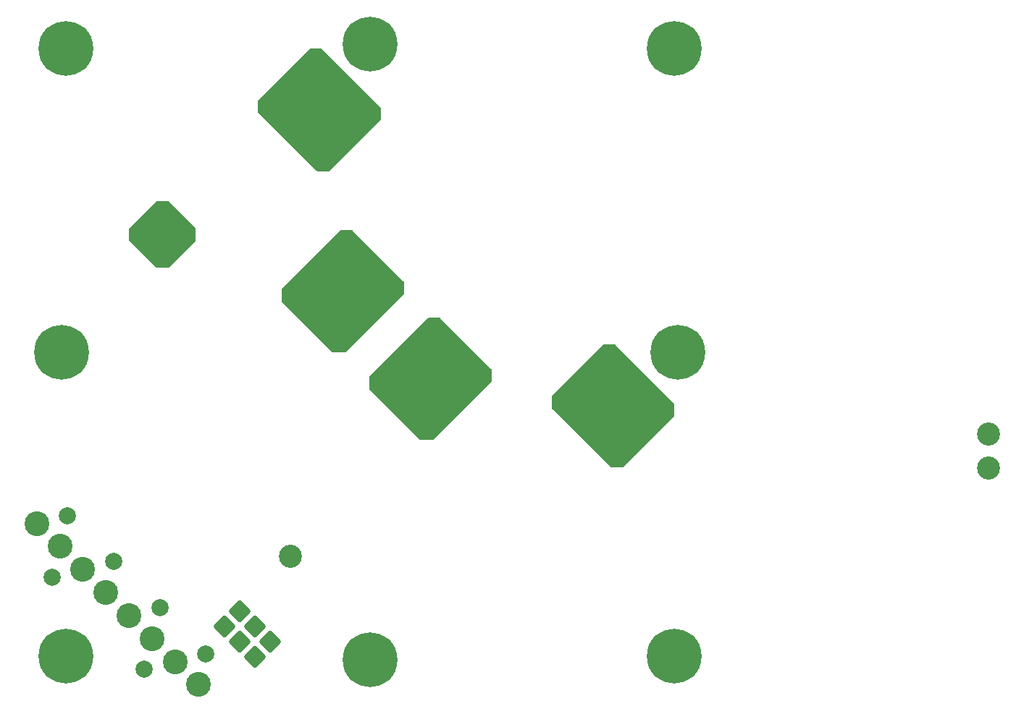
<source format=gbr>
%TF.GenerationSoftware,KiCad,Pcbnew,6.0.4-6f826c9f35~116~ubuntu20.04.1*%
%TF.CreationDate,2022-06-02T20:13:47+00:00*%
%TF.ProjectId,QFHMIX01D,5146484d-4958-4303-9144-2e6b69636164,REV 0.2*%
%TF.SameCoordinates,Original*%
%TF.FileFunction,Soldermask,Top*%
%TF.FilePolarity,Negative*%
%FSLAX46Y46*%
G04 Gerber Fmt 4.6, Leading zero omitted, Abs format (unit mm)*
G04 Created by KiCad (PCBNEW 6.0.4-6f826c9f35~116~ubuntu20.04.1) date 2022-06-02 20:13:47*
%MOMM*%
%LPD*%
G01*
G04 APERTURE LIST*
G04 Aperture macros list*
%AMRoundRect*
0 Rectangle with rounded corners*
0 $1 Rounding radius*
0 $2 $3 $4 $5 $6 $7 $8 $9 X,Y pos of 4 corners*
0 Add a 4 corners polygon primitive as box body*
4,1,4,$2,$3,$4,$5,$6,$7,$8,$9,$2,$3,0*
0 Add four circle primitives for the rounded corners*
1,1,$1+$1,$2,$3*
1,1,$1+$1,$4,$5*
1,1,$1+$1,$6,$7*
1,1,$1+$1,$8,$9*
0 Add four rect primitives between the rounded corners*
20,1,$1+$1,$2,$3,$4,$5,0*
20,1,$1+$1,$4,$5,$6,$7,0*
20,1,$1+$1,$6,$7,$8,$9,0*
20,1,$1+$1,$8,$9,$2,$3,0*%
G04 Aperture macros list end*
%ADD10C,2.000000*%
%ADD11C,2.900000*%
%ADD12RoundRect,0.200000X0.000000X1.077631X-1.077631X0.000000X0.000000X-1.077631X1.077631X0.000000X0*%
%ADD13C,6.400000*%
%ADD14C,0.900000*%
%ADD15C,2.700000*%
G04 APERTURE END LIST*
D10*
%TO.C,J1*%
X114680511Y-109155028D03*
X123625412Y-127150895D03*
X130844972Y-125319489D03*
X125456819Y-119931335D03*
X120068665Y-114543181D03*
X112849105Y-116374588D03*
D11*
X111070731Y-110070731D03*
X113764808Y-112764808D03*
X116458885Y-115458885D03*
X119152962Y-118152962D03*
X121847038Y-120847038D03*
X124541115Y-123541115D03*
X127235192Y-126235192D03*
X129929269Y-128929269D03*
%TD*%
D12*
%TO.C,J2*%
X138380877Y-123910226D03*
X136584826Y-125706277D03*
X136584826Y-122114174D03*
X134788774Y-123910226D03*
X134788774Y-120318123D03*
X132992723Y-122114174D03*
%TD*%
D13*
%TO.C,M7*%
X185560000Y-125560000D03*
%TD*%
%TO.C,M6*%
X185560000Y-54440000D03*
%TD*%
%TO.C,M5*%
X114440000Y-125560000D03*
%TD*%
%TO.C,M4*%
X150000000Y-126000000D03*
%TD*%
%TO.C,M3*%
X150000000Y-54000000D03*
%TD*%
%TO.C,M1*%
X186000000Y-90000000D03*
%TD*%
%TO.C,M2*%
X114000000Y-90000000D03*
%TD*%
%TO.C,M8*%
X114440000Y-54440000D03*
%TD*%
D14*
%TO.C,U7*%
X146057538Y-82278248D03*
X145350431Y-81571141D03*
X144643325Y-82278248D03*
X147471752Y-82278248D03*
X146057538Y-83692462D03*
X148178859Y-84399569D03*
X147471752Y-83692462D03*
X145350431Y-82985355D03*
X148178859Y-82985355D03*
X147471752Y-85106675D03*
X146764645Y-82985355D03*
X146057538Y-80864035D03*
X148885965Y-83692462D03*
X146764645Y-81571141D03*
X146764645Y-84399569D03*
%TD*%
%TO.C,U8*%
X157721752Y-95256675D03*
X158428859Y-93135355D03*
X157721752Y-93842462D03*
X156307538Y-93842462D03*
X155600431Y-91721141D03*
X157014645Y-91721141D03*
X157721752Y-92428248D03*
X156307538Y-91014035D03*
X158428859Y-94549569D03*
X157014645Y-93135355D03*
X155600431Y-93135355D03*
X156307538Y-92428248D03*
X157014645Y-94549569D03*
X154893325Y-92428248D03*
X159135965Y-93842462D03*
%TD*%
D15*
%TO.C,D3*%
X222321590Y-103622400D03*
%TD*%
%TO.C,D5*%
X140741400Y-113919000D03*
%TD*%
D14*
%TO.C,U5*%
X145584614Y-61620400D03*
X142049080Y-62327507D03*
X143463293Y-60913293D03*
X144170400Y-63034614D03*
X144877507Y-62327507D03*
X143463293Y-63741720D03*
X144170400Y-61620400D03*
X143463293Y-62327507D03*
X146291720Y-60913293D03*
X145584614Y-60206186D03*
X144877507Y-59499080D03*
X144877507Y-60913293D03*
X142756186Y-63034614D03*
X142756186Y-61620400D03*
X144170400Y-60206186D03*
%TD*%
%TO.C,U6*%
X176107614Y-97379507D03*
X177521827Y-95965293D03*
X178936041Y-97379507D03*
X178936041Y-94551080D03*
X180350254Y-95965293D03*
X176814720Y-96672400D03*
X177521827Y-97379507D03*
X178228934Y-98086614D03*
X177521827Y-98793720D03*
X179643148Y-95258186D03*
X179643148Y-96672400D03*
X176814720Y-98086614D03*
X178228934Y-95258186D03*
X178228934Y-96672400D03*
X178936041Y-95965293D03*
%TD*%
D15*
%TO.C,D4*%
X222321590Y-99632400D03*
%TD*%
G36*
X178730331Y-89174002D02*
G01*
X178751305Y-89190905D01*
X185571786Y-96011386D01*
X185605812Y-96073698D01*
X185608691Y-96100481D01*
X185608691Y-97410314D01*
X185588689Y-97478435D01*
X185571786Y-97499409D01*
X179635188Y-103436007D01*
X179572876Y-103470033D01*
X179546093Y-103472912D01*
X178236259Y-103472912D01*
X178168138Y-103452910D01*
X178147164Y-103436007D01*
X171326683Y-96615525D01*
X171292657Y-96553213D01*
X171289778Y-96526430D01*
X171289778Y-95216598D01*
X171309780Y-95148477D01*
X171326683Y-95127503D01*
X177263281Y-89190905D01*
X177325593Y-89156879D01*
X177352376Y-89154000D01*
X178662210Y-89154000D01*
X178730331Y-89174002D01*
G37*
G36*
X158255523Y-86009594D02*
G01*
X158276497Y-86026497D01*
X164213095Y-91963095D01*
X164247121Y-92025407D01*
X164250000Y-92052190D01*
X164250000Y-93362024D01*
X164229998Y-93430145D01*
X164213095Y-93451119D01*
X157392613Y-100271600D01*
X157330301Y-100305626D01*
X157303518Y-100308505D01*
X155993686Y-100308505D01*
X155925565Y-100288503D01*
X155904591Y-100271600D01*
X149967993Y-94335002D01*
X149933967Y-94272690D01*
X149931088Y-94245907D01*
X149931088Y-92936073D01*
X149951090Y-92867952D01*
X149967993Y-92846978D01*
X156788474Y-86026497D01*
X156850786Y-85992471D01*
X156877569Y-85989592D01*
X158187402Y-85989592D01*
X158255523Y-86009594D01*
G37*
G36*
X148005523Y-75759594D02*
G01*
X148026497Y-75776497D01*
X153963095Y-81713095D01*
X153997121Y-81775407D01*
X154000000Y-81802190D01*
X154000000Y-83112024D01*
X153979998Y-83180145D01*
X153963095Y-83201119D01*
X147142613Y-90021600D01*
X147080301Y-90055626D01*
X147053518Y-90058505D01*
X145743686Y-90058505D01*
X145675565Y-90038503D01*
X145654591Y-90021600D01*
X139717993Y-84085002D01*
X139683967Y-84022690D01*
X139681088Y-83995907D01*
X139681088Y-82686073D01*
X139701090Y-82617952D01*
X139717993Y-82596978D01*
X146538474Y-75776497D01*
X146600786Y-75742471D01*
X146627569Y-75739592D01*
X147937402Y-75739592D01*
X148005523Y-75759594D01*
G37*
G36*
X126473150Y-72381631D02*
G01*
X126494124Y-72398534D01*
X129602295Y-75506704D01*
X129636321Y-75569016D01*
X129639200Y-75595799D01*
X129639200Y-76905633D01*
X129619198Y-76973754D01*
X129602295Y-76994728D01*
X126494124Y-80102899D01*
X126431812Y-80136925D01*
X126405029Y-80139804D01*
X125095196Y-80139804D01*
X125027075Y-80119802D01*
X125006101Y-80102899D01*
X121897930Y-76994728D01*
X121863904Y-76932416D01*
X121861025Y-76905633D01*
X121861025Y-75595799D01*
X121881027Y-75527678D01*
X121897930Y-75506704D01*
X125006101Y-72398534D01*
X125068413Y-72364508D01*
X125095196Y-72361629D01*
X126405029Y-72361629D01*
X126473150Y-72381631D01*
G37*
G36*
X144389531Y-54528402D02*
G01*
X144410505Y-54545305D01*
X151230986Y-61365786D01*
X151265012Y-61428098D01*
X151267891Y-61454881D01*
X151267891Y-62764714D01*
X151247889Y-62832835D01*
X151230986Y-62853809D01*
X145294388Y-68790407D01*
X145232076Y-68824433D01*
X145205293Y-68827312D01*
X143895459Y-68827312D01*
X143827338Y-68807310D01*
X143806364Y-68790407D01*
X136985883Y-61969925D01*
X136951857Y-61907613D01*
X136948978Y-61880830D01*
X136948978Y-60570998D01*
X136968980Y-60502877D01*
X136985883Y-60481903D01*
X142922481Y-54545305D01*
X142984793Y-54511279D01*
X143011576Y-54508400D01*
X144321410Y-54508400D01*
X144389531Y-54528402D01*
G37*
G36*
X178696990Y-89147081D02*
G01*
X178714018Y-89152081D01*
X178714382Y-89152462D01*
X178715356Y-89152474D01*
X178725365Y-89155413D01*
X178726216Y-89155918D01*
X185600933Y-96030635D01*
X185601274Y-96031091D01*
X185609778Y-96046665D01*
X185609766Y-96047191D01*
X185610446Y-96047888D01*
X185615446Y-96057045D01*
X185615691Y-96058003D01*
X185615691Y-97444531D01*
X185615610Y-97445094D01*
X185610610Y-97462122D01*
X185610229Y-97462486D01*
X185610217Y-97463460D01*
X185607278Y-97473469D01*
X185606773Y-97474320D01*
X179615939Y-103465154D01*
X179615483Y-103465495D01*
X179599909Y-103473999D01*
X179599383Y-103473987D01*
X179598686Y-103474667D01*
X179589529Y-103479667D01*
X179588571Y-103479912D01*
X178202042Y-103479912D01*
X178201479Y-103479831D01*
X178184451Y-103474831D01*
X178184087Y-103474450D01*
X178183113Y-103474438D01*
X178173104Y-103471499D01*
X178172253Y-103470994D01*
X171297536Y-96596276D01*
X171297195Y-96595820D01*
X171288691Y-96580246D01*
X171288703Y-96579720D01*
X171288023Y-96579023D01*
X171283023Y-96569866D01*
X171282778Y-96568908D01*
X171282778Y-95182381D01*
X171282859Y-95181818D01*
X171287718Y-95165269D01*
X171291745Y-95165269D01*
X171291778Y-95165353D01*
X171291778Y-96577839D01*
X171291860Y-96577874D01*
X178184930Y-103470945D01*
X178185014Y-103470912D01*
X179597502Y-103470912D01*
X179597537Y-103470830D01*
X185606724Y-97461643D01*
X185606691Y-97461559D01*
X185606691Y-96049072D01*
X185606609Y-96049037D01*
X178713539Y-89155967D01*
X178713455Y-89156000D01*
X177300967Y-89156000D01*
X177300932Y-89156082D01*
X171291745Y-95165269D01*
X171287718Y-95165269D01*
X171287859Y-95164790D01*
X171288240Y-95164426D01*
X171288252Y-95163452D01*
X171291191Y-95153443D01*
X171291696Y-95152592D01*
X177282530Y-89161758D01*
X177282986Y-89161417D01*
X177298560Y-89152913D01*
X177299086Y-89152925D01*
X177299783Y-89152245D01*
X177308940Y-89147245D01*
X177309898Y-89147000D01*
X178696427Y-89147000D01*
X178696990Y-89147081D01*
G37*
G36*
X158222182Y-85982673D02*
G01*
X158239210Y-85987673D01*
X158239574Y-85988054D01*
X158240548Y-85988066D01*
X158250557Y-85991005D01*
X158251408Y-85991510D01*
X164242242Y-91982344D01*
X164242583Y-91982800D01*
X164251087Y-91998374D01*
X164251075Y-91998900D01*
X164251755Y-91999597D01*
X164256755Y-92008754D01*
X164257000Y-92009712D01*
X164257000Y-93396241D01*
X164256919Y-93396804D01*
X164251919Y-93413832D01*
X164251538Y-93414196D01*
X164251526Y-93415170D01*
X164248587Y-93425179D01*
X164248082Y-93426030D01*
X157373364Y-100300747D01*
X157372908Y-100301088D01*
X157357334Y-100309592D01*
X157356808Y-100309580D01*
X157356111Y-100310260D01*
X157346954Y-100315260D01*
X157345996Y-100315505D01*
X155959469Y-100315505D01*
X155958906Y-100315424D01*
X155941878Y-100310424D01*
X155941514Y-100310043D01*
X155940540Y-100310031D01*
X155930531Y-100307092D01*
X155929680Y-100306587D01*
X149938846Y-94315753D01*
X149938505Y-94315297D01*
X149930001Y-94299723D01*
X149930013Y-94299197D01*
X149929333Y-94298500D01*
X149924333Y-94289343D01*
X149924088Y-94288385D01*
X149924088Y-92901856D01*
X149924169Y-92901293D01*
X149929028Y-92884744D01*
X149933055Y-92884744D01*
X149933088Y-92884828D01*
X149933088Y-94297316D01*
X149933170Y-94297351D01*
X155942357Y-100306538D01*
X155942441Y-100306505D01*
X157354927Y-100306505D01*
X157354962Y-100306423D01*
X164248033Y-93413353D01*
X164248000Y-93413269D01*
X164248000Y-92000781D01*
X164247918Y-92000746D01*
X158238731Y-85991559D01*
X158238647Y-85991592D01*
X156826160Y-85991592D01*
X156826125Y-85991674D01*
X149933055Y-92884744D01*
X149929028Y-92884744D01*
X149929169Y-92884265D01*
X149929550Y-92883901D01*
X149929562Y-92882927D01*
X149932501Y-92872918D01*
X149933006Y-92872067D01*
X156807723Y-85997350D01*
X156808179Y-85997009D01*
X156823753Y-85988505D01*
X156824279Y-85988517D01*
X156824976Y-85987837D01*
X156834133Y-85982837D01*
X156835091Y-85982592D01*
X158221619Y-85982592D01*
X158222182Y-85982673D01*
G37*
G36*
X147972182Y-75732673D02*
G01*
X147989210Y-75737673D01*
X147989574Y-75738054D01*
X147990548Y-75738066D01*
X148000557Y-75741005D01*
X148001408Y-75741510D01*
X153992242Y-81732344D01*
X153992583Y-81732800D01*
X154001087Y-81748374D01*
X154001075Y-81748900D01*
X154001755Y-81749597D01*
X154006755Y-81758754D01*
X154007000Y-81759712D01*
X154007000Y-83146241D01*
X154006919Y-83146804D01*
X154001919Y-83163832D01*
X154001538Y-83164196D01*
X154001526Y-83165170D01*
X153998587Y-83175179D01*
X153998082Y-83176030D01*
X147123364Y-90050747D01*
X147122908Y-90051088D01*
X147107334Y-90059592D01*
X147106808Y-90059580D01*
X147106111Y-90060260D01*
X147096954Y-90065260D01*
X147095996Y-90065505D01*
X145709469Y-90065505D01*
X145708906Y-90065424D01*
X145691878Y-90060424D01*
X145691514Y-90060043D01*
X145690540Y-90060031D01*
X145680531Y-90057092D01*
X145679680Y-90056587D01*
X139688846Y-84065753D01*
X139688505Y-84065297D01*
X139680001Y-84049723D01*
X139680013Y-84049197D01*
X139679333Y-84048500D01*
X139674333Y-84039343D01*
X139674088Y-84038385D01*
X139674088Y-82651856D01*
X139674169Y-82651293D01*
X139679028Y-82634744D01*
X139683055Y-82634744D01*
X139683088Y-82634828D01*
X139683088Y-84047316D01*
X139683170Y-84047351D01*
X145692357Y-90056538D01*
X145692441Y-90056505D01*
X147104927Y-90056505D01*
X147104962Y-90056423D01*
X153998033Y-83163353D01*
X153998000Y-83163269D01*
X153998000Y-81750781D01*
X153997918Y-81750746D01*
X147988731Y-75741559D01*
X147988647Y-75741592D01*
X146576160Y-75741592D01*
X146576125Y-75741674D01*
X139683055Y-82634744D01*
X139679028Y-82634744D01*
X139679169Y-82634265D01*
X139679550Y-82633901D01*
X139679562Y-82632927D01*
X139682501Y-82622918D01*
X139683006Y-82622067D01*
X146557723Y-75747350D01*
X146558179Y-75747009D01*
X146573753Y-75738505D01*
X146574279Y-75738517D01*
X146574976Y-75737837D01*
X146584133Y-75732837D01*
X146585091Y-75732592D01*
X147971619Y-75732592D01*
X147972182Y-75732673D01*
G37*
G36*
X126439809Y-72354710D02*
G01*
X126456837Y-72359710D01*
X126457201Y-72360091D01*
X126458175Y-72360103D01*
X126468184Y-72363042D01*
X126469035Y-72363547D01*
X129631442Y-75525953D01*
X129631783Y-75526409D01*
X129640287Y-75541983D01*
X129640275Y-75542509D01*
X129640955Y-75543206D01*
X129645955Y-75552363D01*
X129646200Y-75553321D01*
X129646200Y-76939850D01*
X129646119Y-76940413D01*
X129641119Y-76957441D01*
X129640738Y-76957805D01*
X129640726Y-76958779D01*
X129637787Y-76968788D01*
X129637282Y-76969639D01*
X126474875Y-80132046D01*
X126474419Y-80132387D01*
X126458845Y-80140891D01*
X126458319Y-80140879D01*
X126457622Y-80141559D01*
X126448465Y-80146559D01*
X126447507Y-80146804D01*
X125060979Y-80146804D01*
X125060416Y-80146723D01*
X125043388Y-80141723D01*
X125043024Y-80141342D01*
X125042050Y-80141330D01*
X125032041Y-80138391D01*
X125031190Y-80137886D01*
X121868783Y-76975479D01*
X121868442Y-76975023D01*
X121859938Y-76959449D01*
X121859950Y-76958923D01*
X121859270Y-76958226D01*
X121854270Y-76949069D01*
X121854025Y-76948111D01*
X121854025Y-75561582D01*
X121854106Y-75561019D01*
X121858965Y-75544470D01*
X121862992Y-75544470D01*
X121863025Y-75544554D01*
X121863025Y-76957042D01*
X121863107Y-76957077D01*
X125043867Y-80137837D01*
X125043951Y-80137804D01*
X126456438Y-80137804D01*
X126456473Y-80137722D01*
X129637233Y-76956962D01*
X129637200Y-76956878D01*
X129637200Y-75544390D01*
X129637118Y-75544355D01*
X126456358Y-72363596D01*
X126456274Y-72363629D01*
X125043787Y-72363629D01*
X125043752Y-72363711D01*
X121862992Y-75544470D01*
X121858965Y-75544470D01*
X121859106Y-75543991D01*
X121859487Y-75543627D01*
X121859499Y-75542653D01*
X121862438Y-75532644D01*
X121862943Y-75531793D01*
X125025350Y-72369387D01*
X125025806Y-72369046D01*
X125041380Y-72360542D01*
X125041906Y-72360554D01*
X125042603Y-72359874D01*
X125051760Y-72354874D01*
X125052718Y-72354629D01*
X126439246Y-72354629D01*
X126439809Y-72354710D01*
G37*
G36*
X144356190Y-54501481D02*
G01*
X144373218Y-54506481D01*
X144373582Y-54506862D01*
X144374556Y-54506874D01*
X144384565Y-54509813D01*
X144385416Y-54510318D01*
X151260133Y-61385035D01*
X151260474Y-61385491D01*
X151268978Y-61401065D01*
X151268966Y-61401591D01*
X151269646Y-61402288D01*
X151274646Y-61411445D01*
X151274891Y-61412403D01*
X151274891Y-62798931D01*
X151274810Y-62799494D01*
X151269810Y-62816522D01*
X151269429Y-62816886D01*
X151269417Y-62817860D01*
X151266478Y-62827869D01*
X151265973Y-62828720D01*
X145275139Y-68819554D01*
X145274683Y-68819895D01*
X145259109Y-68828399D01*
X145258583Y-68828387D01*
X145257886Y-68829067D01*
X145248729Y-68834067D01*
X145247771Y-68834312D01*
X143861242Y-68834312D01*
X143860679Y-68834231D01*
X143843651Y-68829231D01*
X143843287Y-68828850D01*
X143842313Y-68828838D01*
X143832304Y-68825899D01*
X143831453Y-68825394D01*
X136956736Y-61950676D01*
X136956395Y-61950220D01*
X136947891Y-61934646D01*
X136947903Y-61934120D01*
X136947223Y-61933423D01*
X136942223Y-61924266D01*
X136941978Y-61923308D01*
X136941978Y-60536781D01*
X136942059Y-60536218D01*
X136946918Y-60519669D01*
X136950945Y-60519669D01*
X136950978Y-60519753D01*
X136950978Y-61932239D01*
X136951060Y-61932274D01*
X143844130Y-68825345D01*
X143844214Y-68825312D01*
X145256702Y-68825312D01*
X145256737Y-68825230D01*
X151265924Y-62816043D01*
X151265891Y-62815959D01*
X151265891Y-61403472D01*
X151265809Y-61403437D01*
X144372739Y-54510367D01*
X144372655Y-54510400D01*
X142960167Y-54510400D01*
X142960132Y-54510482D01*
X136950945Y-60519669D01*
X136946918Y-60519669D01*
X136947059Y-60519190D01*
X136947440Y-60518826D01*
X136947452Y-60517852D01*
X136950391Y-60507843D01*
X136950896Y-60506992D01*
X142941730Y-54516158D01*
X142942186Y-54515817D01*
X142957760Y-54507313D01*
X142958286Y-54507325D01*
X142958983Y-54506645D01*
X142968140Y-54501645D01*
X142969098Y-54501400D01*
X144355627Y-54501400D01*
X144356190Y-54501481D01*
G37*
M02*

</source>
